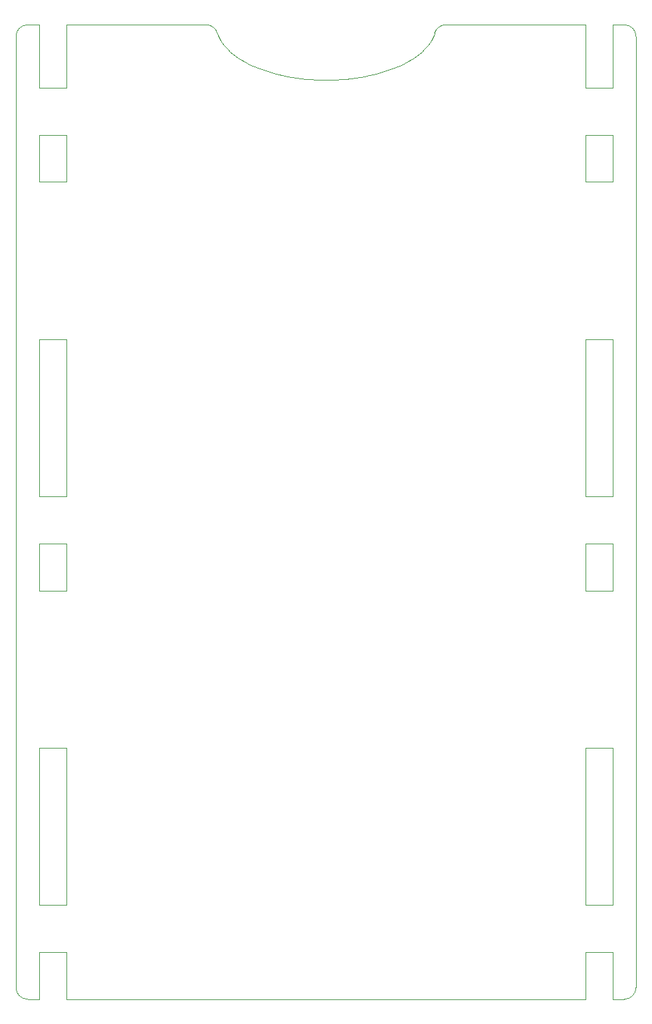
<source format=gbr>
%TF.GenerationSoftware,KiCad,Pcbnew,8.0.6-8.0.6-0~ubuntu24.04.1*%
%TF.CreationDate,2024-11-21T15:03:40-05:00*%
%TF.ProjectId,roversa2,726f7665-7273-4613-922e-6b696361645f,rev?*%
%TF.SameCoordinates,Original*%
%TF.FileFunction,Profile,NP*%
%FSLAX46Y46*%
G04 Gerber Fmt 4.6, Leading zero omitted, Abs format (unit mm)*
G04 Created by KiCad (PCBNEW 8.0.6-8.0.6-0~ubuntu24.04.1) date 2024-11-21 15:03:40*
%MOMM*%
%LPD*%
G01*
G04 APERTURE LIST*
%TA.AperFunction,Profile*%
%ADD10C,0.100000*%
%TD*%
%ADD11C,0.100000*%
G04 APERTURE END LIST*
D10*
X132950000Y-117499999D02*
X132950000Y-137499999D01*
X136400000Y-137499999D02*
X132950000Y-137499999D01*
X136400000Y-117499999D02*
X136400000Y-137499999D01*
X136400000Y-117499999D02*
X132950000Y-117499999D01*
X63400000Y-137499999D02*
X66850000Y-137499999D01*
X66850000Y-117499999D02*
X66850000Y-137499999D01*
X63400000Y-117499999D02*
X66850000Y-117499999D01*
X63400000Y-117499999D02*
X63400000Y-137499999D01*
X63400000Y-91499999D02*
X63400000Y-97499999D01*
X63400000Y-97499999D02*
X66850000Y-97499999D01*
X66850000Y-91499999D02*
X66850000Y-97499999D01*
X63400000Y-91499999D02*
X66850000Y-91499999D01*
X63400000Y-85499999D02*
X66850000Y-85499999D01*
X66850000Y-65499999D02*
X66850000Y-85499999D01*
X63400000Y-65499999D02*
X66850000Y-65499999D01*
X63400000Y-65499999D02*
X63400000Y-85499999D01*
X63400000Y-45499999D02*
X66850000Y-45499999D01*
X66850000Y-39499999D02*
X66850000Y-45499999D01*
X63400000Y-39499999D02*
X66850000Y-39499999D01*
X63400000Y-39499999D02*
X63400000Y-45499999D01*
X132950000Y-65499999D02*
X132950000Y-85499999D01*
X136400000Y-85499999D02*
X132950000Y-85499999D01*
X136400000Y-65499999D02*
X136400000Y-85499999D01*
X136400000Y-65499999D02*
X132950000Y-65499999D01*
X132950000Y-91499999D02*
X132950000Y-97499999D01*
X136400000Y-97499999D02*
X132950000Y-97499999D01*
X136400000Y-91499999D02*
X136400000Y-97499999D01*
X136400000Y-91499999D02*
X132950000Y-91499999D01*
X132950000Y-39499999D02*
X132950000Y-45499999D01*
X136400000Y-45499999D02*
X132950000Y-45499999D01*
X136400000Y-39499999D02*
X136400000Y-45499999D01*
X136400000Y-39499999D02*
X132950000Y-39499999D01*
X132950000Y-25499999D02*
X132950000Y-33499999D01*
X136400000Y-33499999D02*
X132950000Y-33499999D01*
X136400000Y-25499999D02*
X136400000Y-33499999D01*
X136400000Y-25499999D02*
X137900000Y-25499999D01*
X137900000Y-25499999D02*
G75*
G02*
X139400000Y-26999999I0J-1500000D01*
G01*
X139400000Y-26999999D02*
X139400000Y-147999999D01*
X139400000Y-147999999D02*
G75*
G02*
X137900000Y-149499999I-1500000J0D01*
G01*
X136400000Y-149499999D02*
X137900000Y-149499999D01*
X136400000Y-143499999D02*
X136400000Y-149499999D01*
X136400000Y-143499999D02*
X132950000Y-143499999D01*
X132950000Y-143499999D02*
X132950000Y-149499999D01*
X66850000Y-149499999D02*
X132950000Y-149499999D01*
X66850000Y-143499999D02*
X66850000Y-149499999D01*
X63400000Y-143499999D02*
X66850000Y-143499999D01*
X63400000Y-143499999D02*
X63400000Y-149499999D01*
X61900001Y-149499999D02*
X63400000Y-149499999D01*
X61900001Y-149499999D02*
G75*
G02*
X60400000Y-147999998I0J1500001D01*
G01*
X60400000Y-27000000D02*
X60400000Y-147999998D01*
X60400000Y-27000000D02*
G75*
G02*
X61900001Y-25499999I1500001J0D01*
G01*
X61900001Y-25499999D02*
X63400000Y-25499999D01*
X63400000Y-25499999D02*
X63400000Y-33499999D01*
X63400000Y-33499999D02*
X66850000Y-33499999D01*
X66850000Y-25499999D02*
X66850000Y-33499999D01*
X66850000Y-25499999D02*
X84627427Y-25499999D01*
X84627427Y-25499999D02*
G75*
G02*
X86061573Y-26560415I1J-1500003D01*
G01*
D11*
X99900000Y-32499999D02*
X100544950Y-32492657D01*
X101183142Y-32470830D01*
X101813879Y-32434818D01*
X102436468Y-32384917D01*
X103050212Y-32321427D01*
X103654417Y-32244646D01*
X104248387Y-32154872D01*
X104831428Y-32052403D01*
X105402845Y-31937537D01*
X105961942Y-31810574D01*
X106508025Y-31671811D01*
X107040397Y-31521547D01*
X107558365Y-31360080D01*
X108061234Y-31187708D01*
X108548307Y-31004730D01*
X109018891Y-30811444D01*
X109472289Y-30608148D01*
X109907808Y-30395141D01*
X110324751Y-30172721D01*
X110722424Y-29941186D01*
X111100132Y-29700835D01*
X111457180Y-29451966D01*
X111792872Y-29194877D01*
X112106514Y-28929867D01*
X112397410Y-28657234D01*
X112664866Y-28377276D01*
X112908187Y-28090291D01*
X113126676Y-27796579D01*
X113319640Y-27496436D01*
X113486383Y-27190163D01*
X113626210Y-26878056D01*
X113738427Y-26560415D01*
X86061573Y-26560415D02*
X86173789Y-26878056D01*
X86313616Y-27190163D01*
X86480359Y-27496436D01*
X86673323Y-27796579D01*
X86891812Y-28090291D01*
X87135133Y-28377276D01*
X87402589Y-28657234D01*
X87693485Y-28929867D01*
X88007127Y-29194877D01*
X88342819Y-29451966D01*
X88699867Y-29700835D01*
X89077575Y-29941186D01*
X89475248Y-30172721D01*
X89892191Y-30395141D01*
X90327710Y-30608148D01*
X90781108Y-30811444D01*
X91251692Y-31004730D01*
X91738765Y-31187708D01*
X92241634Y-31360080D01*
X92759602Y-31521547D01*
X93291974Y-31671811D01*
X93838057Y-31810574D01*
X94397154Y-31937537D01*
X94968571Y-32052403D01*
X95551612Y-32154872D01*
X96145582Y-32244646D01*
X96749787Y-32321427D01*
X97363531Y-32384917D01*
X97986120Y-32434818D01*
X98616857Y-32470830D01*
X99255049Y-32492657D01*
X99900000Y-32499999D01*
D10*
X113738427Y-26560415D02*
G75*
G02*
X115172540Y-25499999I1434113J-439544D01*
G01*
X115172540Y-25499999D02*
X132950000Y-25499999D01*
M02*

</source>
